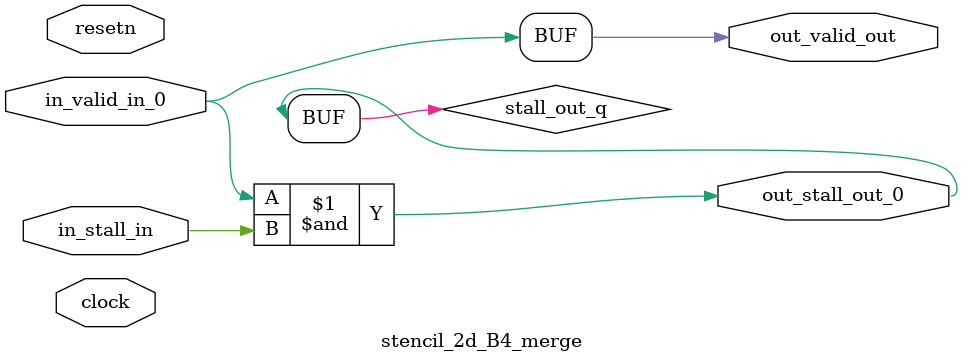
<source format=sv>



(* altera_attribute = "-name AUTO_SHIFT_REGISTER_RECOGNITION OFF; -name MESSAGE_DISABLE 10036; -name MESSAGE_DISABLE 10037; -name MESSAGE_DISABLE 14130; -name MESSAGE_DISABLE 14320; -name MESSAGE_DISABLE 15400; -name MESSAGE_DISABLE 14130; -name MESSAGE_DISABLE 10036; -name MESSAGE_DISABLE 12020; -name MESSAGE_DISABLE 12030; -name MESSAGE_DISABLE 12010; -name MESSAGE_DISABLE 12110; -name MESSAGE_DISABLE 14320; -name MESSAGE_DISABLE 13410; -name MESSAGE_DISABLE 113007; -name MESSAGE_DISABLE 10958" *)
module stencil_2d_B4_merge (
    input wire [0:0] in_stall_in,
    input wire [0:0] in_valid_in_0,
    output wire [0:0] out_stall_out_0,
    output wire [0:0] out_valid_out,
    input wire clock,
    input wire resetn
    );

    wire [0:0] stall_out_q;


    // stall_out(LOGICAL,6)
    assign stall_out_q = in_valid_in_0 & in_stall_in;

    // out_stall_out_0(GPOUT,4)
    assign out_stall_out_0 = stall_out_q;

    // out_valid_out(GPOUT,5)
    assign out_valid_out = in_valid_in_0;

endmodule

</source>
